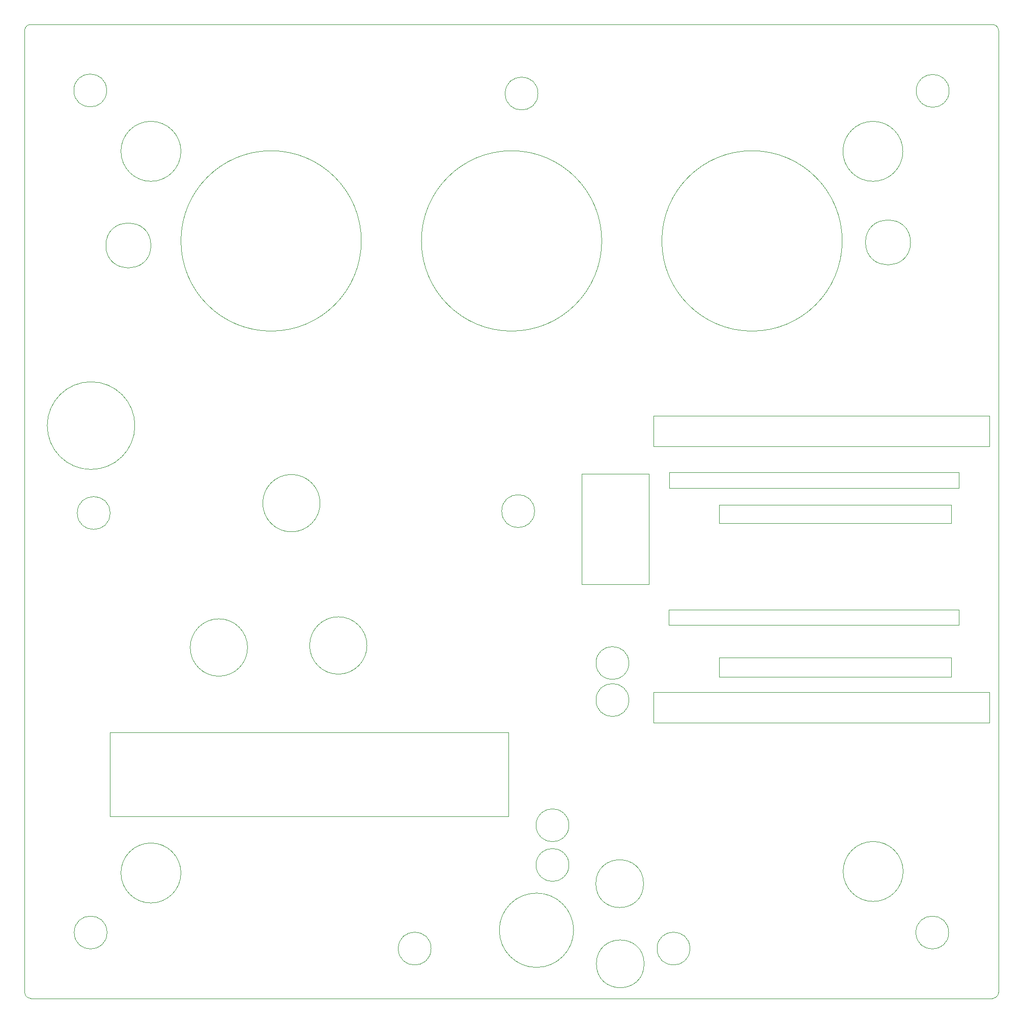
<source format=gm1>
G04 #@! TF.GenerationSoftware,KiCad,Pcbnew,7.0.10-1.fc39*
G04 #@! TF.CreationDate,2024-01-08T15:07:07-05:00*
G04 #@! TF.ProjectId,SYSMATT-WS2812-MATRIX-CARRIER-SPACER-PLATE-V2,5359534d-4154-4542-9d57-53323831322d,rev?*
G04 #@! TF.SameCoordinates,Original*
G04 #@! TF.FileFunction,Profile,NP*
%FSLAX46Y46*%
G04 Gerber Fmt 4.6, Leading zero omitted, Abs format (unit mm)*
G04 Created by KiCad (PCBNEW 7.0.10-1.fc39) date 2024-01-08 15:07:07*
%MOMM*%
%LPD*%
G01*
G04 APERTURE LIST*
G04 #@! TA.AperFunction,Profile*
%ADD10C,0.100000*%
G04 #@! TD*
G04 APERTURE END LIST*
D10*
X20000000Y-19000000D02*
G75*
G03*
X19000000Y-20000000I0J-1000000D01*
G01*
X119508029Y-125222000D02*
G75*
G03*
X114045999Y-125222000I-2731015J0D01*
G01*
X114045999Y-125222000D02*
G75*
G03*
X119508029Y-125222000I2731015J0D01*
G01*
X20000000Y-181000000D02*
X180000000Y-181000000D01*
X19000000Y-180000000D02*
G75*
G03*
X20000000Y-181000000I1000000J0D01*
G01*
X56079693Y-122639231D02*
G75*
G03*
X46536307Y-122639231I-4771693J0D01*
G01*
X46536307Y-122639231D02*
G75*
G03*
X56079693Y-122639231I4771693J0D01*
G01*
X181000000Y-180000000D02*
X181000000Y-20000000D01*
X44995308Y-40094692D02*
G75*
G03*
X35014692Y-40094692I-4990308J0D01*
G01*
X35014692Y-40094692D02*
G75*
G03*
X44995308Y-40094692I4990308J0D01*
G01*
X126111000Y-116332000D02*
X174371000Y-116332000D01*
X174371000Y-118872000D01*
X126111000Y-118872000D01*
X126111000Y-116332000D01*
X40005000Y-55753000D02*
G75*
G03*
X32509068Y-55753000I-3747966J0D01*
G01*
X32509068Y-55753000D02*
G75*
G03*
X40005000Y-55753000I3747966J0D01*
G01*
X33211015Y-100265986D02*
G75*
G03*
X27748985Y-100265986I-2731015J0D01*
G01*
X27748985Y-100265986D02*
G75*
G03*
X33211015Y-100265986I2731015J0D01*
G01*
X166370000Y-55245000D02*
G75*
G03*
X158874068Y-55245000I-3747966J0D01*
G01*
X158874068Y-55245000D02*
G75*
G03*
X166370000Y-55245000I3747966J0D01*
G01*
X123571000Y-130048000D02*
X179451000Y-130048000D01*
X179451000Y-135128000D01*
X123571000Y-135128000D01*
X123571000Y-130048000D01*
X110320231Y-169672000D02*
G75*
G03*
X97959769Y-169672000I-6180231J0D01*
G01*
X97959769Y-169672000D02*
G75*
G03*
X110320231Y-169672000I6180231J0D01*
G01*
X75000000Y-55000000D02*
G75*
G03*
X45000000Y-55000000I-15000000J0D01*
G01*
X45000000Y-55000000D02*
G75*
G03*
X75000000Y-55000000I15000000J0D01*
G01*
X33147000Y-136779000D02*
X99441000Y-136779000D01*
X99441000Y-150749000D01*
X33147000Y-150749000D01*
X33147000Y-136779000D01*
X86614001Y-172720000D02*
G75*
G03*
X81151971Y-172720000I-2731015J0D01*
G01*
X81151971Y-172720000D02*
G75*
G03*
X86614001Y-172720000I2731015J0D01*
G01*
X129667001Y-172720000D02*
G75*
G03*
X124204971Y-172720000I-2731015J0D01*
G01*
X124204971Y-172720000D02*
G75*
G03*
X129667001Y-172720000I2731015J0D01*
G01*
X37335323Y-85725000D02*
G75*
G03*
X22754061Y-85725000I-7290631J0D01*
G01*
X22754061Y-85725000D02*
G75*
G03*
X37335323Y-85725000I7290631J0D01*
G01*
X155000000Y-55000000D02*
G75*
G03*
X125000000Y-55000000I-15000000J0D01*
G01*
X125000000Y-55000000D02*
G75*
G03*
X155000000Y-55000000I15000000J0D01*
G01*
X103823015Y-99949000D02*
G75*
G03*
X98360985Y-99949000I-2731015J0D01*
G01*
X98360985Y-99949000D02*
G75*
G03*
X103823015Y-99949000I2731015J0D01*
G01*
X172720001Y-170053000D02*
G75*
G03*
X167257971Y-170053000I-2731015J0D01*
G01*
X167257971Y-170053000D02*
G75*
G03*
X172720001Y-170053000I2731015J0D01*
G01*
X134493000Y-98933000D02*
X173101000Y-98933000D01*
X173101000Y-101981000D01*
X134493000Y-101981000D01*
X134493000Y-98933000D01*
X32703015Y-170053000D02*
G75*
G03*
X27240985Y-170053000I-2731015J0D01*
G01*
X27240985Y-170053000D02*
G75*
G03*
X32703015Y-170053000I2731015J0D01*
G01*
X32640029Y-29972000D02*
G75*
G03*
X27177999Y-29972000I-2731015J0D01*
G01*
X27177999Y-29972000D02*
G75*
G03*
X32640029Y-29972000I2731015J0D01*
G01*
X111633000Y-93726000D02*
X122809000Y-93726000D01*
X122809000Y-112141000D01*
X111633000Y-112141000D01*
X111633000Y-93726000D01*
X134493000Y-124333000D02*
X173101000Y-124333000D01*
X173101000Y-127508000D01*
X134493000Y-127508000D01*
X134493000Y-124333000D01*
X109538015Y-152208986D02*
G75*
G03*
X104075985Y-152208986I-2731015J0D01*
G01*
X104075985Y-152208986D02*
G75*
G03*
X109538015Y-152208986I2731015J0D01*
G01*
X109538015Y-158812986D02*
G75*
G03*
X104075985Y-158812986I-2731015J0D01*
G01*
X104075985Y-158812986D02*
G75*
G03*
X109538015Y-158812986I2731015J0D01*
G01*
X122047001Y-175260000D02*
G75*
G03*
X114107723Y-175260000I-3969639J0D01*
G01*
X114107723Y-175260000D02*
G75*
G03*
X122047001Y-175260000I3969639J0D01*
G01*
X119508029Y-131380986D02*
G75*
G03*
X114045999Y-131380986I-2731015J0D01*
G01*
X114045999Y-131380986D02*
G75*
G03*
X119508029Y-131380986I2731015J0D01*
G01*
X172784015Y-30036014D02*
G75*
G03*
X167321985Y-30036014I-2731015J0D01*
G01*
X167321985Y-30036014D02*
G75*
G03*
X172784015Y-30036014I2731015J0D01*
G01*
X181000000Y-20000000D02*
G75*
G03*
X180000000Y-19000000I-1000000J0D01*
G01*
X44995308Y-160147000D02*
G75*
G03*
X35014692Y-160147000I-4990308J0D01*
G01*
X35014692Y-160147000D02*
G75*
G03*
X44995308Y-160147000I4990308J0D01*
G01*
X180000000Y-181000000D02*
G75*
G03*
X181000000Y-180000000I0J1000000D01*
G01*
X180000000Y-19000000D02*
X20000000Y-19000000D01*
X121952639Y-161925000D02*
G75*
G03*
X114013361Y-161925000I-3969639J0D01*
G01*
X114013361Y-161925000D02*
G75*
G03*
X121952639Y-161925000I3969639J0D01*
G01*
X104395029Y-30480000D02*
G75*
G03*
X98932999Y-30480000I-2731015J0D01*
G01*
X98932999Y-30480000D02*
G75*
G03*
X104395029Y-30480000I2731015J0D01*
G01*
X126238000Y-93472000D02*
X174371000Y-93472000D01*
X174371000Y-96139000D01*
X126238000Y-96139000D01*
X126238000Y-93472000D01*
X19000000Y-20000000D02*
X19000000Y-180000000D01*
X115000000Y-55000000D02*
G75*
G03*
X85000000Y-55000000I-15000000J0D01*
G01*
X85000000Y-55000000D02*
G75*
G03*
X115000000Y-55000000I15000000J0D01*
G01*
X68144693Y-98624692D02*
G75*
G03*
X58601307Y-98624692I-4771693J0D01*
G01*
X58601307Y-98624692D02*
G75*
G03*
X68144693Y-98624692I4771693J0D01*
G01*
X123571000Y-84074000D02*
X179451000Y-84074000D01*
X179451000Y-89154000D01*
X123571000Y-89154000D01*
X123571000Y-84074000D01*
X75946001Y-122301000D02*
G75*
G03*
X66402615Y-122301000I-4771693J0D01*
G01*
X66402615Y-122301000D02*
G75*
G03*
X75946001Y-122301000I4771693J0D01*
G01*
X165137308Y-159893000D02*
G75*
G03*
X155156692Y-159893000I-4990308J0D01*
G01*
X155156692Y-159893000D02*
G75*
G03*
X165137308Y-159893000I4990308J0D01*
G01*
X165100000Y-40094692D02*
G75*
G03*
X155119384Y-40094692I-4990308J0D01*
G01*
X155119384Y-40094692D02*
G75*
G03*
X165100000Y-40094692I4990308J0D01*
G01*
M02*

</source>
